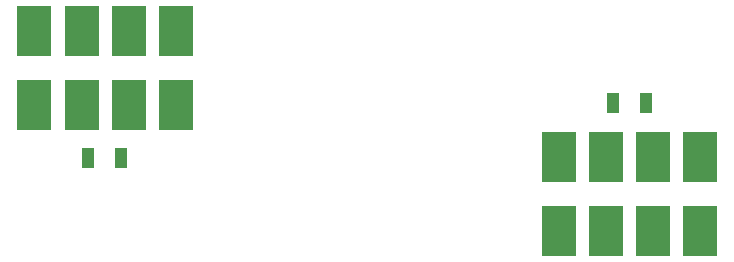
<source format=gbp>
%FSLAX25Y25*%
%MOIN*%
G70*
G01*
G75*
G04 Layer_Color=6049101*
%ADD10P,0.08352X4X369.0*%
%ADD11P,0.08352X4X81.0*%
%ADD12P,0.08352X4X153.0*%
%ADD13R,0.05906X0.05906*%
%ADD14P,0.08352X4X117.0*%
%ADD15R,0.05906X0.05906*%
%ADD16C,0.05000*%
%ADD17C,0.02500*%
%ADD18C,0.16500*%
%ADD19C,0.04000*%
%ADD20R,0.05000X0.08000*%
%ADD21R,0.12205X0.17716*%
%ADD22C,0.01000*%
%ADD23C,0.01200*%
%ADD24C,0.01500*%
%ADD25P,0.06937X4X369.0*%
%ADD26P,0.06937X4X81.0*%
%ADD27P,0.06937X4X153.0*%
%ADD28R,0.04906X0.04906*%
%ADD29P,0.06937X4X117.0*%
%ADD30R,0.04906X0.04906*%
%ADD31R,0.04000X0.07000*%
%ADD32R,0.11205X0.16716*%
D31*
X1200500Y884500D02*
D03*
X1189500D02*
D03*
X1014500Y866000D02*
D03*
X1025500D02*
D03*
D32*
X1043748Y883894D02*
D03*
X1028000D02*
D03*
X1012252D02*
D03*
X1043748Y908500D02*
D03*
X1028000D02*
D03*
X1012252D02*
D03*
X996504Y883894D02*
D03*
Y908500D02*
D03*
X1171252Y866500D02*
D03*
X1187000D02*
D03*
X1202748Y866500D02*
D03*
X1171252Y841894D02*
D03*
X1187000D02*
D03*
X1202748D02*
D03*
X1218496Y866500D02*
D03*
Y841894D02*
D03*
M02*

</source>
